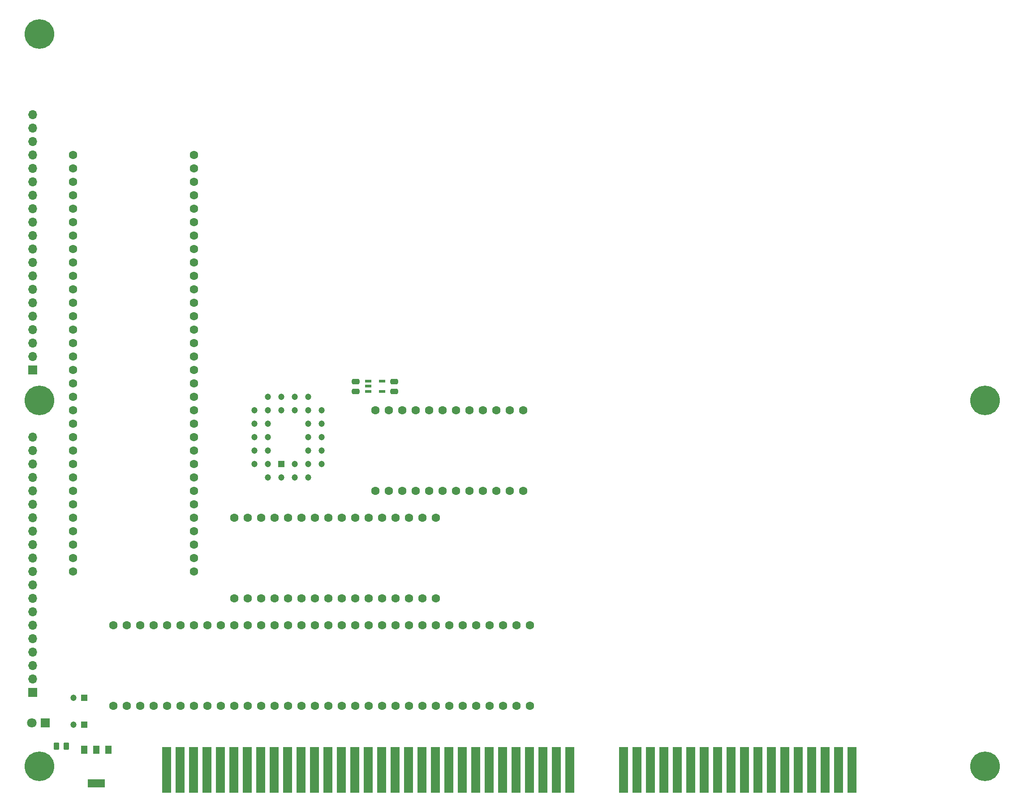
<source format=gts>
%TF.GenerationSoftware,KiCad,Pcbnew,7.0.5*%
%TF.CreationDate,2024-02-24T14:29:10+02:00*%
%TF.ProjectId,VIA Board,56494120-426f-4617-9264-2e6b69636164,rev?*%
%TF.SameCoordinates,PX1d11680PY1d11680*%
%TF.FileFunction,Soldermask,Top*%
%TF.FilePolarity,Negative*%
%FSLAX46Y46*%
G04 Gerber Fmt 4.6, Leading zero omitted, Abs format (unit mm)*
G04 Created by KiCad (PCBNEW 7.0.5) date 2024-02-24 14:29:10*
%MOMM*%
%LPD*%
G01*
G04 APERTURE LIST*
G04 Aperture macros list*
%AMRoundRect*
0 Rectangle with rounded corners*
0 $1 Rounding radius*
0 $2 $3 $4 $5 $6 $7 $8 $9 X,Y pos of 4 corners*
0 Add a 4 corners polygon primitive as box body*
4,1,4,$2,$3,$4,$5,$6,$7,$8,$9,$2,$3,0*
0 Add four circle primitives for the rounded corners*
1,1,$1+$1,$2,$3*
1,1,$1+$1,$4,$5*
1,1,$1+$1,$6,$7*
1,1,$1+$1,$8,$9*
0 Add four rect primitives between the rounded corners*
20,1,$1+$1,$2,$3,$4,$5,0*
20,1,$1+$1,$4,$5,$6,$7,0*
20,1,$1+$1,$6,$7,$8,$9,0*
20,1,$1+$1,$8,$9,$2,$3,0*%
G04 Aperture macros list end*
%ADD10R,1.200000X1.200000*%
%ADD11C,1.200000*%
%ADD12R,1.150000X0.600000*%
%ADD13R,1.200000X1.500000*%
%ADD14R,3.300000X1.500000*%
%ADD15C,5.600000*%
%ADD16R,1.700000X1.700000*%
%ADD17O,1.700000X1.700000*%
%ADD18RoundRect,0.250000X-0.262500X-0.450000X0.262500X-0.450000X0.262500X0.450000X-0.262500X0.450000X0*%
%ADD19R,1.800000X1.800000*%
%ADD20C,1.800000*%
%ADD21C,1.600000*%
%ADD22R,1.780000X8.620000*%
%ADD23RoundRect,0.250000X0.475000X-0.250000X0.475000X0.250000X-0.475000X0.250000X-0.475000X-0.250000X0*%
G04 APERTURE END LIST*
D10*
%TO.C,IC3*%
X45720000Y-81280000D03*
D11*
X48260000Y-83820000D03*
X48260000Y-81280000D03*
X50800000Y-83820000D03*
X53340000Y-81280000D03*
X50800000Y-81280000D03*
X53340000Y-78740000D03*
X50800000Y-78740000D03*
X53340000Y-76200000D03*
X50800000Y-76200000D03*
X53340000Y-73660000D03*
X50800000Y-73660000D03*
X53340000Y-71120000D03*
X50800000Y-68580000D03*
X50800000Y-71120000D03*
X48260000Y-68580000D03*
X48260000Y-71120000D03*
X45720000Y-68580000D03*
X45720000Y-71120000D03*
X43180000Y-68580000D03*
X40640000Y-71120000D03*
X43180000Y-71120000D03*
X40640000Y-73660000D03*
X43180000Y-73660000D03*
X40640000Y-76200000D03*
X43180000Y-76200000D03*
X40640000Y-78740000D03*
X43180000Y-78740000D03*
X40640000Y-81280000D03*
X43180000Y-83820000D03*
X43180000Y-81280000D03*
X45720000Y-83820000D03*
%TD*%
D12*
%TO.C,IC2*%
X62200000Y-65598000D03*
X62200000Y-66548000D03*
X62200000Y-67498000D03*
X64800000Y-67498000D03*
X64800000Y-65598000D03*
%TD*%
D13*
%TO.C,IC1*%
X13095000Y-135230000D03*
X10795000Y-135230000D03*
X8495000Y-135230000D03*
D14*
X10795000Y-141630000D03*
%TD*%
D15*
%TO.C,H2*%
X178765200Y-138430000D03*
%TD*%
%TO.C,H8*%
X178760500Y-69215000D03*
%TD*%
D16*
%TO.C,J2*%
X-1270000Y-124460000D03*
D17*
X-1270000Y-121920000D03*
X-1270000Y-119380000D03*
X-1270000Y-116840000D03*
X-1270000Y-114300000D03*
X-1270000Y-111760000D03*
X-1270000Y-109220000D03*
X-1270000Y-106680000D03*
X-1270000Y-104140000D03*
X-1270000Y-101600000D03*
X-1270000Y-99060000D03*
X-1270000Y-96520000D03*
X-1270000Y-93980000D03*
X-1270000Y-91440000D03*
X-1270000Y-88900000D03*
X-1270000Y-86360000D03*
X-1270000Y-83820000D03*
X-1270000Y-81280000D03*
X-1270000Y-78740000D03*
X-1270000Y-76200000D03*
%TD*%
D16*
%TO.C,J1*%
X-1270000Y-63500000D03*
D17*
X-1270000Y-60960000D03*
X-1270000Y-58420000D03*
X-1270000Y-55880000D03*
X-1270000Y-53340000D03*
X-1270000Y-50800000D03*
X-1270000Y-48260000D03*
X-1270000Y-45720000D03*
X-1270000Y-43180000D03*
X-1270000Y-40640000D03*
X-1270000Y-38100000D03*
X-1270000Y-35560000D03*
X-1270000Y-33020000D03*
X-1270000Y-30480000D03*
X-1270000Y-27940000D03*
X-1270000Y-25400000D03*
X-1270000Y-22860000D03*
X-1270000Y-20320000D03*
X-1270000Y-17780000D03*
X-1270000Y-15240000D03*
%TD*%
D18*
%TO.C,R3*%
X3255000Y-134620000D03*
X5080000Y-134620000D03*
%TD*%
D10*
%TO.C,C2*%
X8495000Y-125476000D03*
D11*
X6495000Y-125476000D03*
%TD*%
D10*
%TO.C,C1*%
X8495000Y-130556000D03*
D11*
X6495000Y-130556000D03*
%TD*%
D19*
%TO.C,LED1*%
X1134000Y-130150000D03*
D20*
X-1406000Y-130150000D03*
%TD*%
D21*
%TO.C,B2*%
X13970000Y-127000000D03*
X16510000Y-127000000D03*
X19050000Y-127000000D03*
X21590000Y-127000000D03*
X24130000Y-127000000D03*
X26670000Y-127000000D03*
X29210000Y-127000000D03*
X31750000Y-127000000D03*
X34290000Y-127000000D03*
X36830000Y-127000000D03*
X39370000Y-127000000D03*
X41910000Y-127000000D03*
X44450000Y-127000000D03*
X46990000Y-127000000D03*
X49530000Y-127000000D03*
X52070000Y-127000000D03*
X54610000Y-127000000D03*
X57150000Y-127000000D03*
X59690000Y-127000000D03*
X62230000Y-127000000D03*
X64770000Y-127000000D03*
X67310000Y-127000000D03*
X69850000Y-127000000D03*
X72390000Y-127000000D03*
X74930000Y-127000000D03*
X77470000Y-127000000D03*
X80010000Y-127000000D03*
X82550000Y-127000000D03*
X85090000Y-127000000D03*
X87630000Y-127000000D03*
X90170000Y-127000000D03*
X92710000Y-127000000D03*
X92710000Y-111760000D03*
X90170000Y-111760000D03*
X87630000Y-111760000D03*
X85090000Y-111760000D03*
X82550000Y-111760000D03*
X80010000Y-111760000D03*
X77470000Y-111760000D03*
X74930000Y-111760000D03*
X72390000Y-111760000D03*
X69850000Y-111760000D03*
X67310000Y-111760000D03*
X64770000Y-111760000D03*
X62230000Y-111760000D03*
X59690000Y-111760000D03*
X57150000Y-111760000D03*
X54610000Y-111760000D03*
X52070000Y-111760000D03*
X49530000Y-111760000D03*
X46990000Y-111760000D03*
X44450000Y-111760000D03*
X41910000Y-111760000D03*
X39370000Y-111760000D03*
X36830000Y-111760000D03*
X34290000Y-111760000D03*
X31750000Y-111760000D03*
X29210000Y-111760000D03*
X26670000Y-111760000D03*
X24130000Y-111760000D03*
X21590000Y-111760000D03*
X19050000Y-111760000D03*
X16510000Y-111760000D03*
X13970000Y-111760000D03*
%TD*%
D15*
%TO.C,H1*%
X0Y-69215000D03*
%TD*%
%TO.C,H9*%
X0Y-138430000D03*
%TD*%
D22*
%TO.C,J5*%
X24079200Y-139065000D03*
X26619200Y-139065000D03*
X29159200Y-139065000D03*
X31699200Y-139065000D03*
X34239200Y-139065000D03*
X36779200Y-139065000D03*
X39319200Y-139065000D03*
X41859200Y-139065000D03*
X44399200Y-139065000D03*
X46939200Y-139065000D03*
X49479200Y-139065000D03*
X52019200Y-139065000D03*
X54559200Y-139065000D03*
X57099200Y-139065000D03*
X59639200Y-139065000D03*
X62179200Y-139065000D03*
X64719200Y-139065000D03*
X67259200Y-139065000D03*
X69799200Y-139065000D03*
X72339200Y-139065000D03*
X74879200Y-139065000D03*
X77419200Y-139065000D03*
X79959200Y-139065000D03*
X82499200Y-139065000D03*
X85039200Y-139065000D03*
X87579200Y-139065000D03*
X90119200Y-139065000D03*
X92659200Y-139065000D03*
X95199200Y-139065000D03*
X97739200Y-139065000D03*
X100279200Y-139065000D03*
X110439200Y-139065000D03*
X112979200Y-139065000D03*
X115519200Y-139065000D03*
X118059200Y-139065000D03*
X120599200Y-139065000D03*
X123139200Y-139065000D03*
X125679200Y-139065000D03*
X128219200Y-139065000D03*
X130759200Y-139065000D03*
X133299200Y-139065000D03*
X135839200Y-139065000D03*
X138379200Y-139065000D03*
X140919200Y-139065000D03*
X143459200Y-139065000D03*
X145999200Y-139065000D03*
X148539200Y-139065000D03*
X151079200Y-139065000D03*
X153619200Y-139065000D03*
%TD*%
D15*
%TO.C,H19*%
X0Y0D03*
%TD*%
D23*
%TO.C,C3*%
X59847000Y-67543000D03*
X59847000Y-65643000D03*
%TD*%
D21*
%TO.C,B1*%
X6350000Y-22860000D03*
X6350000Y-25400000D03*
X6350000Y-27940000D03*
X6350000Y-30480000D03*
X6350000Y-33020000D03*
X6350000Y-35560000D03*
X6350000Y-38100000D03*
X6350000Y-40640000D03*
X6350000Y-43180000D03*
X6350000Y-45720000D03*
X6350000Y-48260000D03*
X6350000Y-50800000D03*
X6350000Y-53340000D03*
X6350000Y-55880000D03*
X6350000Y-58420000D03*
X6350000Y-60960000D03*
X6350000Y-63500000D03*
X6350000Y-66040000D03*
X6350000Y-68580000D03*
X6350000Y-71120000D03*
X6350000Y-73660000D03*
X6350000Y-76200000D03*
X6350000Y-78740000D03*
X6350000Y-81280000D03*
X6350000Y-83820000D03*
X6350000Y-86360000D03*
X6350000Y-88900000D03*
X6350000Y-91440000D03*
X6350000Y-93980000D03*
X6350000Y-96520000D03*
X6350000Y-99060000D03*
X6350000Y-101600000D03*
X29210000Y-101600000D03*
X29210000Y-99060000D03*
X29210000Y-96520000D03*
X29210000Y-93980000D03*
X29210000Y-91440000D03*
X29210000Y-88900000D03*
X29210000Y-86360000D03*
X29210000Y-83820000D03*
X29210000Y-81280000D03*
X29210000Y-78740000D03*
X29210000Y-76200000D03*
X29210000Y-73660000D03*
X29210000Y-71120000D03*
X29210000Y-68580000D03*
X29210000Y-66040000D03*
X29210000Y-63500000D03*
X29210000Y-60960000D03*
X29210000Y-58420000D03*
X29210000Y-55880000D03*
X29210000Y-53340000D03*
X29210000Y-50800000D03*
X29210000Y-48260000D03*
X29210000Y-45720000D03*
X29210000Y-43180000D03*
X29210000Y-40640000D03*
X29210000Y-38100000D03*
X29210000Y-35560000D03*
X29210000Y-33020000D03*
X29210000Y-30480000D03*
X29210000Y-27940000D03*
X29210000Y-25400000D03*
X29210000Y-22860000D03*
%TD*%
D23*
%TO.C,C4*%
X67086000Y-67543000D03*
X67086000Y-65643000D03*
%TD*%
D21*
%TO.C,B4*%
X91440000Y-71120000D03*
X88900000Y-71120000D03*
X86360000Y-71120000D03*
X83820000Y-71120000D03*
X81280000Y-71120000D03*
X78740000Y-71120000D03*
X76200000Y-71120000D03*
X73660000Y-71120000D03*
X71120000Y-71120000D03*
X68580000Y-71120000D03*
X66040000Y-71120000D03*
X63500000Y-71120000D03*
X63500000Y-86360000D03*
X66040000Y-86360000D03*
X68580000Y-86360000D03*
X71120000Y-86360000D03*
X73660000Y-86360000D03*
X76200000Y-86360000D03*
X78740000Y-86360000D03*
X81280000Y-86360000D03*
X83820000Y-86360000D03*
X86360000Y-86360000D03*
X88900000Y-86360000D03*
X91440000Y-86360000D03*
%TD*%
%TO.C,B3*%
X74930000Y-91440000D03*
X72390000Y-91440000D03*
X69850000Y-91440000D03*
X67310000Y-91440000D03*
X64770000Y-91440000D03*
X62230000Y-91440000D03*
X59690000Y-91440000D03*
X57150000Y-91440000D03*
X54610000Y-91440000D03*
X52070000Y-91440000D03*
X49530000Y-91440000D03*
X46990000Y-91440000D03*
X44450000Y-91440000D03*
X41910000Y-91440000D03*
X39370000Y-91440000D03*
X36830000Y-91440000D03*
X36830000Y-106680000D03*
X39370000Y-106680000D03*
X41910000Y-106680000D03*
X44450000Y-106680000D03*
X46990000Y-106680000D03*
X49530000Y-106680000D03*
X52070000Y-106680000D03*
X54610000Y-106680000D03*
X57150000Y-106680000D03*
X59690000Y-106680000D03*
X62230000Y-106680000D03*
X64770000Y-106680000D03*
X67310000Y-106680000D03*
X69850000Y-106680000D03*
X72390000Y-106680000D03*
X74930000Y-106680000D03*
%TD*%
M02*

</source>
